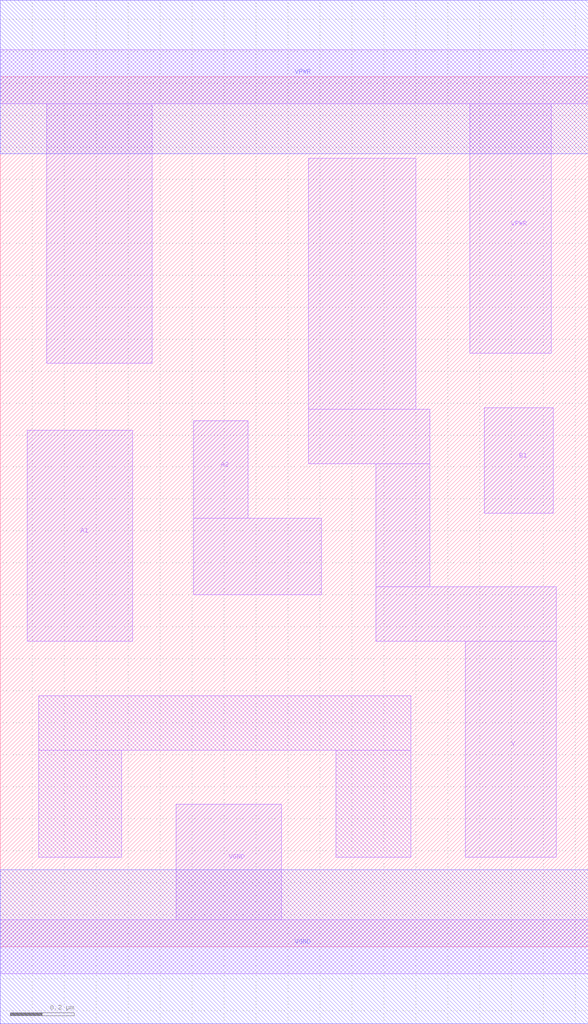
<source format=lef>
# Copyright 2020 The SkyWater PDK Authors
#
# Licensed under the Apache License, Version 2.0 (the "License");
# you may not use this file except in compliance with the License.
# You may obtain a copy of the License at
#
#     https://www.apache.org/licenses/LICENSE-2.0
#
# Unless required by applicable law or agreed to in writing, software
# distributed under the License is distributed on an "AS IS" BASIS,
# WITHOUT WARRANTIES OR CONDITIONS OF ANY KIND, either express or implied.
# See the License for the specific language governing permissions and
# limitations under the License.
#
# SPDX-License-Identifier: Apache-2.0

VERSION 5.5 ;
NAMESCASESENSITIVE ON ;
BUSBITCHARS "[]" ;
DIVIDERCHAR "/" ;
MACRO sky130_fd_sc_hd__o21ai_0
  CLASS CORE ;
  SOURCE USER ;
  ORIGIN  0.000000  0.000000 ;
  SIZE  1.840000 BY  2.720000 ;
  SYMMETRY X Y R90 ;
  SITE unithd ;
  PIN A1
    ANTENNAGATEAREA  0.159000 ;
    DIRECTION INPUT ;
    USE SIGNAL ;
    PORT
      LAYER li1 ;
        RECT 0.085000 0.955000 0.415000 1.615000 ;
    END
  END A1
  PIN A2
    ANTENNAGATEAREA  0.159000 ;
    DIRECTION INPUT ;
    USE SIGNAL ;
    PORT
      LAYER li1 ;
        RECT 0.605000 1.100000 1.005000 1.340000 ;
        RECT 0.605000 1.340000 0.775000 1.645000 ;
    END
  END A2
  PIN B1
    ANTENNAGATEAREA  0.159000 ;
    DIRECTION INPUT ;
    USE SIGNAL ;
    PORT
      LAYER li1 ;
        RECT 1.515000 1.355000 1.730000 1.685000 ;
    END
  END B1
  PIN Y
    ANTENNADIFFAREA  0.290500 ;
    DIRECTION OUTPUT ;
    USE SIGNAL ;
    PORT
      LAYER li1 ;
        RECT 0.965000 1.510000 1.345000 1.680000 ;
        RECT 0.965000 1.680000 1.300000 2.465000 ;
        RECT 1.175000 0.955000 1.740000 1.125000 ;
        RECT 1.175000 1.125000 1.345000 1.510000 ;
        RECT 1.455000 0.280000 1.740000 0.955000 ;
    END
  END Y
  PIN VGND
    DIRECTION INOUT ;
    SHAPE ABUTMENT ;
    USE GROUND ;
    PORT
      LAYER li1 ;
        RECT 0.000000 -0.085000 1.840000 0.085000 ;
        RECT 0.550000  0.085000 0.880000 0.445000 ;
    END
    PORT
      LAYER met1 ;
        RECT 0.000000 -0.240000 1.840000 0.240000 ;
    END
  END VGND
  PIN VPWR
    DIRECTION INOUT ;
    SHAPE ABUTMENT ;
    USE POWER ;
    PORT
      LAYER li1 ;
        RECT 0.000000 2.635000 1.840000 2.805000 ;
        RECT 0.145000 1.825000 0.475000 2.635000 ;
        RECT 1.470000 1.855000 1.725000 2.635000 ;
    END
    PORT
      LAYER met1 ;
        RECT 0.000000 2.480000 1.840000 2.960000 ;
    END
  END VPWR
  OBS
    LAYER li1 ;
      RECT 0.120000 0.280000 0.380000 0.615000 ;
      RECT 0.120000 0.615000 1.285000 0.785000 ;
      RECT 1.050000 0.280000 1.285000 0.615000 ;
  END
END sky130_fd_sc_hd__o21ai_0

</source>
